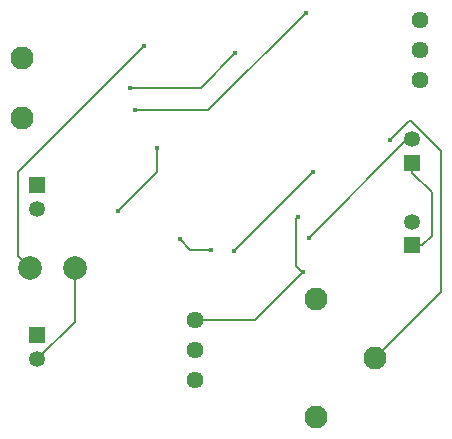
<source format=gbr>
%TF.GenerationSoftware,KiCad,Pcbnew,(5.1.8)-1*%
%TF.CreationDate,2021-01-15T11:06:26+00:00*%
%TF.ProjectId,Bat_Listner_JLCPCB,4261745f-4c69-4737-946e-65725f4a4c43,rev?*%
%TF.SameCoordinates,Original*%
%TF.FileFunction,Copper,L2,Bot*%
%TF.FilePolarity,Positive*%
%FSLAX46Y46*%
G04 Gerber Fmt 4.6, Leading zero omitted, Abs format (unit mm)*
G04 Created by KiCad (PCBNEW (5.1.8)-1) date 2021-01-15 11:06:26*
%MOMM*%
%LPD*%
G01*
G04 APERTURE LIST*
%TA.AperFunction,ComponentPad*%
%ADD10C,1.350000*%
%TD*%
%TA.AperFunction,ComponentPad*%
%ADD11R,1.350000X1.350000*%
%TD*%
%TA.AperFunction,ComponentPad*%
%ADD12C,1.950000*%
%TD*%
%TA.AperFunction,ComponentPad*%
%ADD13C,1.440000*%
%TD*%
%TA.AperFunction,ComponentPad*%
%ADD14C,2.000000*%
%TD*%
%TA.AperFunction,ViaPad*%
%ADD15C,0.400000*%
%TD*%
%TA.AperFunction,Conductor*%
%ADD16C,0.150000*%
%TD*%
G04 APERTURE END LIST*
D10*
%TO.P,J2,2*%
%TO.N,GND*%
X137795000Y-71850000D03*
D11*
%TO.P,J2,1*%
%TO.N,Net-(D1-Pad1)*%
X137795000Y-69850000D03*
%TD*%
%TO.P,J3,1*%
%TO.N,Net-(C14-Pad1)*%
X169545000Y-67945000D03*
D10*
%TO.P,J3,2*%
%TO.N,Net-(D3-Pad2)*%
X169545000Y-65945000D03*
%TD*%
D11*
%TO.P,J5,1*%
%TO.N,Net-(C14-Pad1)*%
X169545000Y-74930000D03*
D10*
%TO.P,J5,2*%
%TO.N,Net-(C16-Pad2)*%
X169545000Y-72930000D03*
%TD*%
D12*
%TO.P,J6,1*%
%TO.N,Net-(J6-Pad1)*%
X166370000Y-84455000D03*
%TO.P,J6,2*%
%TO.N,Net-(C16-Pad1)*%
X161370000Y-79455000D03*
%TO.P,J6,3*%
X161370000Y-89455000D03*
%TD*%
D13*
%TO.P,RV1,3*%
%TO.N,Net-(C14-Pad1)*%
X151130000Y-81280000D03*
%TO.P,RV1,2*%
%TO.N,Net-(R11-Pad1)*%
X151130000Y-83820000D03*
%TO.P,RV1,1*%
%TO.N,Net-(RV1-Pad1)*%
X151130000Y-86360000D03*
%TD*%
%TO.P,RV2,1*%
%TO.N,13*%
X170180000Y-55880000D03*
%TO.P,RV2,2*%
X170180000Y-58420000D03*
%TO.P,RV2,3*%
%TO.N,Net-(C13-Pad2)*%
X170180000Y-60960000D03*
%TD*%
D14*
%TO.P,TP2,1*%
%TO.N,GND*%
X140970000Y-76835000D03*
%TD*%
%TO.P,TP1,1*%
%TO.N,+BATT*%
X137160000Y-76835000D03*
%TD*%
D11*
%TO.P,J4,1*%
%TO.N,+BATT*%
X137795000Y-82550000D03*
D10*
%TO.P,J4,2*%
%TO.N,GND*%
X137795000Y-84550000D03*
%TD*%
D12*
%TO.P,IC3,1*%
%TO.N,Net-(AT1-Pad2)*%
X136525000Y-59095000D03*
%TO.P,IC3,2*%
%TO.N,Net-(AT1-Pad3)*%
X136525000Y-64095000D03*
%TD*%
D15*
%TO.N,GND*%
X152527000Y-75311000D03*
X149860000Y-74422000D03*
X154559000Y-58674000D03*
X145669000Y-61595000D03*
X144653000Y-72009000D03*
X147955000Y-66675000D03*
%TO.N,+BATT*%
X146812000Y-58039000D03*
%TO.N,Net-(C14-Pad1)*%
X160274000Y-77216000D03*
X159893000Y-72517000D03*
%TO.N,14*%
X146050000Y-63500000D03*
X160528000Y-55245000D03*
%TO.N,Net-(C16-Pad2)*%
X161178000Y-68707000D03*
X154432000Y-75438000D03*
%TO.N,Net-(D3-Pad2)*%
X160782000Y-74295000D03*
%TO.N,Net-(J6-Pad1)*%
X167640000Y-66040000D03*
%TD*%
D16*
%TO.N,GND*%
X140970000Y-81375000D02*
X140970000Y-76835000D01*
X137795000Y-84550000D02*
X140970000Y-81375000D01*
X152527000Y-75311000D02*
X150749000Y-75311000D01*
X150749000Y-75311000D02*
X149860000Y-74422000D01*
X154559000Y-58674000D02*
X151638000Y-61595000D01*
X151638000Y-61595000D02*
X145669000Y-61595000D01*
X144653000Y-72009000D02*
X147955000Y-68707000D01*
X147955000Y-68707000D02*
X147955000Y-66675000D01*
%TO.N,+BATT*%
X136160001Y-68690999D02*
X146812000Y-58039000D01*
X136160001Y-75835001D02*
X136160001Y-68690999D01*
X137160000Y-76835000D02*
X136160001Y-75835001D01*
%TO.N,Net-(C14-Pad1)*%
X169545000Y-68770000D02*
X171196000Y-70421000D01*
X169545000Y-67945000D02*
X169545000Y-68770000D01*
X170370000Y-74930000D02*
X169545000Y-74930000D01*
X171196000Y-74104000D02*
X170370000Y-74930000D01*
X171196000Y-70421000D02*
X171196000Y-74104000D01*
X151130000Y-81280000D02*
X156210000Y-81280000D01*
X156210000Y-81280000D02*
X160274000Y-77216000D01*
X160074001Y-77016001D02*
X160274000Y-77216000D01*
X159693001Y-76635001D02*
X160074001Y-77016001D01*
X159693001Y-72716999D02*
X159693001Y-76635001D01*
X159893000Y-72517000D02*
X159693001Y-72716999D01*
%TO.N,14*%
X146050000Y-63500000D02*
X152273000Y-63500000D01*
X152273000Y-63500000D02*
X160528000Y-55245000D01*
%TO.N,Net-(C16-Pad2)*%
X161178000Y-68707000D02*
X154447000Y-75438000D01*
X154447000Y-75438000D02*
X154432000Y-75438000D01*
%TO.N,Net-(D3-Pad2)*%
X169132000Y-65945000D02*
X169545000Y-65945000D01*
X160782000Y-74295000D02*
X169132000Y-65945000D01*
%TO.N,Net-(J6-Pad1)*%
X167640000Y-66040000D02*
X169291000Y-64389000D01*
X169395002Y-64389000D02*
X171958000Y-66951998D01*
X169291000Y-64389000D02*
X169395002Y-64389000D01*
X171958000Y-78867000D02*
X166370000Y-84455000D01*
X171958000Y-66951998D02*
X171958000Y-78867000D01*
%TD*%
M02*

</source>
